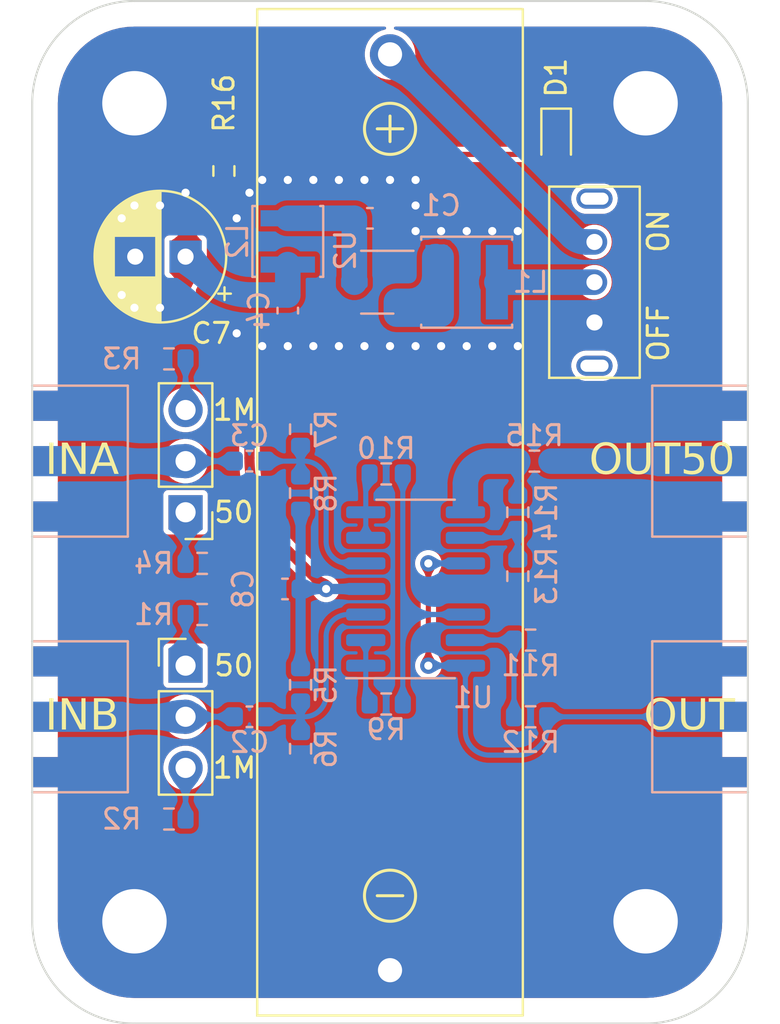
<source format=kicad_pcb>
(kicad_pcb (version 20221018) (generator pcbnew)
  (layers (0 "F.Cu" signal) (31 "B.Cu" signal) (34 "B.Paste" user) (35 "F.Paste" user) (36 "B.SilkS" user "B.Silkscreen") (37 "F.SilkS" user "F.Silkscreen") (38 "B.Mask" user) (39 "F.Mask" user) (44 "Edge.Cuts" user))
  (net 0 "")
  (net 1 "Net-(BT1-+)")
  (net 2 "GNDREF")
  (net 3 "Net-(U1A-+)")
  (net 4 "Net-(U1B-+)")
  (net 5 "+5V")
  (net 6 "Net-(J6-In)")
  (net 7 "Net-(J5-In)")
  (net 8 "Net-(U2-LX)")
  (net 9 "Net-(U1D--)")
  (net 10 "Net-(U1A--)")
  (net 11 "Net-(U1D-+)")
  (net 12 "Net-(U1C--)")
  (net 13 "Net-(U1B--)")
  (net 14 "Net-(J1-In)")
  (net 15 "Net-(J2-In)")
  (net 16 "Net-(J3-Pin_3)")
  (net 17 "Net-(J3-Pin_1)")
  (net 18 "Net-(J4-Pin_3)")
  (net 19 "Net-(J4-Pin_1)")
  (net 20 "Net-(R14-Pad2)")
  (net 21 "Net-(D1-A)")
  (net 22 "Net-(SW1-B)")
  (net 23 "Net-(U2-VOUT)")
  (footprint "Customer_Switch:SS12D07VG2_087" (layer "F.Cu") (at 185.4125 80.01 90)
    (fp_text reference "SW1" hide)
    (fp_text value "SS12D07VG2_087")
    (pad "0" thru_hole oval (at -4.15 0 90) (size 1 1.8) (drill oval 0.6 1.4) (layers "*.Cu" "*.Mask"))
    (pad "0" thru_hole oval (at 4.15 0 90) (size 1 1.8) (drill oval 0.6 1.4) (layers "*.Cu" "*.Mask"))
    (pad "1" thru_hole circle (at -2 0 90) (size 1.2 1.2) (drill 0.8) (layers "*.Cu" "*.Mask") (net 2 "GNDREF"))
    (pad "2" thru_hole circle (at 0 0 90) (size 1.2 1.2) (drill 0.8) (layers "*.Cu" "*.Mask") (net 22 "Net-(SW1-B)"))
    (pad "3" thru_hole circle (at 2 0 90) (size 1.2 1.2) (drill 0.8) (layers "*.Cu" "*.Mask") (net 1 "Net-(BT1-+)"))
  )
  (footprint "MountingHole:MountingHole_3.2mm_M3_Pad" (layer "F.Cu") (at 187.9525 71.12)
    (fp_text reference "H2" hide)
    (fp_text value "M3")
    (pad "1" thru_hole circle (at 0 0) (size 6.4 6.4) (drill 3.2) (layers "*.Cu" "*.Mask") (net 2 "GNDREF"))
  )
  (footprint "MountingHole:MountingHole_3.2mm_M3_Pad" (layer "F.Cu") (at 187.9525 111.76)
    (fp_text reference "H4" hide)
    (fp_text value "M3")
    (pad "1" thru_hole circle (at 0 0) (size 6.4 6.4) (drill 3.2) (layers "*.Cu" "*.Mask") (net 2 "GNDREF"))
  )
  (footprint "MountingHole:MountingHole_3.2mm_M3_Pad" (layer "F.Cu") (at 162.5525 111.76)
    (fp_text reference "H3" hide)
    (fp_text value "M3")
    (pad "1" thru_hole circle (at 0 0) (size 6.4 6.4) (drill 3.2) (layers "*.Cu" "*.Mask") (net 2 "GNDREF"))
  )
  (footprint "Capacitor_THT:CP_Radial_D6.3mm_P2.50mm" (layer "F.Cu") (at 165.0925 78.74 180)
    (fp_text reference "C7" (at -1.27 -3.81) (layer "F.SilkS"))
    (fp_text value "220uF 6.3V D6.3xL5")
    (pad "1" thru_hole rect (at 0 0 180) (size 1.6 1.6) (drill 0.8) (layers "*.Cu" "*.Mask") (net 5 "+5V"))
    (pad "2" thru_hole circle (at 2.5 0 180) (size 1.6 1.6) (drill 0.8) (layers "*.Cu" "*.Mask") (net 2 "GNDREF"))
  )
  (footprint "MountingHole:MountingHole_3.2mm_M3_Pad" (layer "F.Cu") (at 162.5525 71.12)
    (fp_text reference "H1" hide)
    (fp_text value "M3")
    (pad "1" thru_hole circle (at 0 0) (size 6.4 6.4) (drill 3.2) (layers "*.Cu" "*.Mask") (net 2 "GNDREF"))
  )
  (footprint "Connector_PinHeader_2.54mm:PinHeader_1x03_P2.54mm_Vertical" (layer "F.Cu") (at 165.0925 91.44 180)
    (fp_text reference "J4" hide)
    (fp_text value "Conn_01x03_Pin")
    (pad "1" thru_hole rect (at 0 0 180) (size 1.7 1.7) (drill 1) (layers "*.Cu" "*.Mask") (net 19 "Net-(J4-Pin_1)"))
    (pad "2" thru_hole oval (at 0 2.54 180) (size 1.7 1.7) (drill 1) (layers "*.Cu" "*.Mask") (net 15 "Net-(J2-In)"))
    (pad "3" thru_hole oval (at 0 5.08 180) (size 1.7 1.7) (drill 1) (layers "*.Cu" "*.Mask") (net 18 "Net-(J4-Pin_3)"))
  )
  (footprint "LED_SMD:LED_0603_1608Metric" (layer "F.Cu") (at 183.5075 72.8725 -90)
    (fp_text reference "D1" (at -3.0225 0 90) (layer "F.SilkS"))
    (fp_text value "0603 LED")
    (pad "1" smd roundrect (at -0.7875 0 270) (size 0.875 0.95) (layers "F.Cu" "F.Paste" "F.Mask") (net 2 "GNDREF"))
    (pad "2" smd roundrect (at 0.7875 0 270) (size 0.875 0.95) (layers "F.Cu" "F.Paste" "F.Mask") (net 21 "Net-(D1-A)"))
  )
  (footprint "Customer_Connector:BH-AAA-A1AJ001" (layer "F.Cu") (at 175.2525 91.44 90)
    (fp_text reference "BT1" hide)
    (fp_text value "BH-AAA-A1AJ001")
    (pad "1" thru_hole circle (at 22.75 0 90) (size 2 2) (drill 1.2) (layers "*.Cu" "*.Mask") (net 1 "Net-(BT1-+)"))
    (pad "2" thru_hole circle (at -22.75 0 90) (size 2 2) (drill 1.2) (layers "*.Cu" "*.Mask") (net 2 "GNDREF"))
  )
  (footprint "Connector_PinHeader_2.54mm:PinHeader_1x03_P2.54mm_Vertical" (layer "F.Cu") (at 165.0925 99.06)
    (fp_text reference "J3" hide)
    (fp_text value "Conn_01x03_Pin")
    (pad "1" thru_hole rect (at 0 0) (size 1.7 1.7) (drill 1) (layers "*.Cu" "*.Mask") (net 17 "Net-(J3-Pin_1)"))
    (pad "2" thru_hole oval (at 0 2.54) (size 1.7 1.7) (drill 1) (layers "*.Cu" "*.Mask") (net 14 "Net-(J1-In)"))
    (pad "3" thru_hole oval (at 0 5.08) (size 1.7 1.7) (drill 1) (layers "*.Cu" "*.Mask") (net 16 "Net-(J3-Pin_3)"))
  )
  (footprint "Resistor_SMD:R_0603_1608Metric" (layer "F.Cu") (at 166.9975 74.485 90)
    (fp_text reference "R16" (at 3.365 0 90) (layer "F.SilkS"))
    (fp_text value "1k 0603")
    (pad "1" smd roundrect (at -0.825 0 90) (size 0.8 0.95) (layers "F.Cu" "F.Paste" "F.Mask") (net 5 "+5V"))
    (pad "2" smd roundrect (at 0.825 0 90) (size 0.8 0.95) (layers "F.Cu" "F.Paste" "F.Mask") (net 21 "Net-(D1-A)"))
  )
  (footprint "Capacitor_SMD:C_0603_1608Metric" (layer "B.Cu") (at 174.255 76.835)
    (fp_text reference "C1" (at 3.5375 -0.635) (layer "B.SilkS") (effects (justify mirror)))
    (fp_text value "105 0603 25V X5R")
    (pad "1" smd roundrect (at -0.775 0) (size 0.9 0.95) (layers "B.Cu" "B.Paste" "B.Mask") (net 23 "Net-(U2-VOUT)"))
    (pad "2" smd roundrect (at 0.775 0) (size 0.9 0.95) (layers "B.Cu" "B.Paste" "B.Mask") (net 2 "GNDREF"))
  )
  (footprint "Resistor_SMD:R_0603_1608Metric" (layer "B.Cu") (at 175.0625 89.535)
    (fp_text reference "R10" (at 0 -1.27) (layer "B.SilkS") (effects (justify mirror)))
    (fp_text value "10k 0603")
    (pad "1" smd roundrect (at -0.825 0) (size 0.8 0.95) (layers "B.Cu" "B.Paste" "B.Mask") (net 13 "Net-(U1B--)"))
    (pad "2" smd roundrect (at 0.825 0) (size 0.8 0.95) (layers "B.Cu" "B.Paste" "B.Mask") (net 11 "Net-(U1D-+)"))
  )
  (footprint "Resistor_SMD:R_0603_1608Metric" (layer "B.Cu") (at 165.9175 93.98 180)
    (fp_text reference "R4" (at 2.4125 0) (layer "B.SilkS") (effects (justify mirror)))
    (fp_text value "49.9R 0603")
    (pad "1" smd roundrect (at -0.825 0 180) (size 0.8 0.95) (layers "B.Cu" "B.Paste" "B.Mask") (net 2 "GNDREF"))
    (pad "2" smd roundrect (at 0.825 0 180) (size 0.8 0.95) (layers "B.Cu" "B.Paste" "B.Mask") (net 19 "Net-(J4-Pin_1)"))
  )
  (footprint "Resistor_SMD:R_0603_1608Metric" (layer "B.Cu") (at 182.4275 88.9)
    (fp_text reference "R15" (at 0 -1.27) (layer "B.SilkS") (effects (justify mirror)))
    (fp_text value "49.9R 0603")
    (pad "1" smd roundrect (at -0.825 0) (size 0.8 0.95) (layers "B.Cu" "B.Paste" "B.Mask") (net 20 "Net-(R14-Pad2)"))
    (pad "2" smd roundrect (at 0.825 0) (size 0.8 0.95) (layers "B.Cu" "B.Paste" "B.Mask") (net 6 "Net-(J6-In)"))
  )
  (footprint "Resistor_SMD:R_0603_1608Metric" (layer "B.Cu") (at 182.2375 97.79 180)
    (fp_text reference "R11" (at 0 -1.27) (layer "B.SilkS") (effects (justify mirror)))
    (fp_text value "10k 0603")
    (pad "1" smd roundrect (at -0.825 0 180) (size 0.8 0.95) (layers "B.Cu" "B.Paste" "B.Mask") (net 2 "GNDREF"))
    (pad "2" smd roundrect (at 0.825 0 180) (size 0.8 0.95) (layers "B.Cu" "B.Paste" "B.Mask") (net 9 "Net-(U1D--)"))
  )
  (footprint "Package_SO:SO-14_3.9x8.65mm_P1.27mm" (layer "B.Cu") (at 176.5225 95.25)
    (fp_text reference "U1" (at 2.8575 5.3975) (layer "B.SilkS") (effects (justify mirror)))
    (fp_text value "GS8634")
    (pad "1" smd roundrect (at -2.475 3.81) (size 1.95 0.6) (layers "B.Cu" "B.Paste" "B.Mask") (net 10 "Net-(U1A--)"))
    (pad "2" smd roundrect (at -2.475 2.54) (size 1.95 0.6) (layers "B.Cu" "B.Paste" "B.Mask") (net 10 "Net-(U1A--)"))
    (pad "3" smd roundrect (at -2.475 1.27) (size 1.95 0.6) (layers "B.Cu" "B.Paste" "B.Mask") (net 3 "Net-(U1A-+)"))
    (pad "4" smd roundrect (at -2.475 0) (size 1.95 0.6) (layers "B.Cu" "B.Paste" "B.Mask") (net 5 "+5V"))
    (pad "5" smd roundrect (at -2.475 -1.27) (size 1.95 0.6) (layers "B.Cu" "B.Paste" "B.Mask") (net 4 "Net-(U1B-+)"))
    (pad "6" smd roundrect (at -2.475 -2.54) (size 1.95 0.6) (layers "B.Cu" "B.Paste" "B.Mask") (net 13 "Net-(U1B--)"))
    (pad "7" smd roundrect (at -2.475 -3.81) (size 1.95 0.6) (layers "B.Cu" "B.Paste" "B.Mask") (net 13 "Net-(U1B--)"))
    (pad "8" smd roundrect (at 2.475 -3.81) (size 1.95 0.6) (layers "B.Cu" "B.Paste" "B.Mask") (net 20 "Net-(R14-Pad2)"))
    (pad "9" smd roundrect (at 2.475 -2.54) (size 1.95 0.6) (layers "B.Cu" "B.Paste" "B.Mask") (net 12 "Net-(U1C--)"))
    (pad "10" smd roundrect (at 2.475 -1.27) (size 1.95 0.6) (layers "B.Cu" "B.Paste" "B.Mask") (net 7 "Net-(J5-In)"))
    (pad "11" smd roundrect (at 2.475 0) (size 1.95 0.6) (layers "B.Cu" "B.Paste" "B.Mask") (net 2 "GNDREF"))
    (pad "12" smd roundrect (at 2.475 1.27) (size 1.95 0.6) (layers "B.Cu" "B.Paste" "B.Mask") (net 11 "Net-(U1D-+)"))
    (pad "13" smd roundrect (at 2.475 2.54) (size 1.95 0.6) (layers "B.Cu" "B.Paste" "B.Mask") (net 9 "Net-(U1D--)"))
    (pad "14" smd roundrect (at 2.475 3.81) (size 1.95 0.6) (layers "B.Cu" "B.Paste" "B.Mask") (net 7 "Net-(J5-In)"))
  )
  (footprint "Resistor_SMD:R_0603_1608Metric" (layer "B.Cu") (at 181.6025 91.44 90)
    (fp_text reference "R14" (at 0 1.43 90) (layer "B.SilkS") (effects (justify mirror)))
    (fp_text value "10k 0603")
    (pad "1" smd roundrect (at -0.825 0 90) (size 0.8 0.95) (layers "B.Cu" "B.Paste" "B.Mask") (net 12 "Net-(U1C--)"))
    (pad "2" smd roundrect (at 0.825 0 90) (size 0.8 0.95) (layers "B.Cu" "B.Paste" "B.Mask") (net 20 "Net-(R14-Pad2)"))
  )
  (footprint "Customer_Connector:SMA-KE_1.6mm" (layer "B.Cu") (at 157.4725 101.6)
    (fp_text reference "J1" hide)
    (fp_text value "SMA")
    (pad "1" smd rect (at 2.25 0) (size 4.5 1.5) (layers "B.Cu" "B.Paste" "B.Mask" "Dwgs.User") (net 14 "Net-(J1-In)"))
    (pad "2" smd rect (at 2.25 -2.75) (size 4.5 1.5) (layers "F.Cu" "F.Paste" "F.Mask" "Dwgs.User") (net 2 "GNDREF"))
    (pad "2" smd rect (at 2.25 -2.75) (size 4.5 1.5) (layers "B.Cu" "B.Paste" "B.Mask" "Dwgs.User") (net 2 "GNDREF"))
    (pad "2" smd rect (at 2.25 2.75) (size 4.5 1.5) (layers "F.Cu" "F.Paste" "F.Mask" "Dwgs.User") (net 2 "GNDREF"))
    (pad "2" smd rect (at 2.25 2.75) (size 4.5 1.5) (layers "B.Cu" "B.Paste" "B.Mask" "Dwgs.User") (net 2 "GNDREF"))
  )
  (footprint "Resistor_SMD:R_0603_1608Metric" (layer "B.Cu") (at 170.8075 103.1875 -90)
    (fp_text reference "R6" (at 0 -1.27 90) (layer "B.SilkS") (effects (justify mirror)))
    (fp_text value "10k 0603")
    (pad "1" smd roundrect (at -0.825 0 270) (size 0.8 0.95) (layers "B.Cu" "B.Paste" "B.Mask") (net 3 "Net-(U1A-+)"))
    (pad "2" smd roundrect (at 0.825 0 270) (size 0.8 0.95) (layers "B.Cu" "B.Paste" "B.Mask") (net 2 "GNDREF"))
  )
  (footprint "Inductor_SMD:L_Changjiang_FNR4030S" (layer "B.Cu") (at 179.0625 80.01 180)
    (fp_text reference "L1" (at -3.175 0) (layer "B.SilkS") (effects (justify mirror)))
    (fp_text value "47uH 4030")
    (pad "1" smd rect (at -1.5 0 180) (size 1.1 3.7) (layers "B.Cu" "B.Paste" "B.Mask") (net 22 "Net-(SW1-B)"))
    (pad "2" smd rect (at 1.5 0 180) (size 1.1 3.7) (layers "B.Cu" "B.Paste" "B.Mask") (net 8 "Net-(U2-LX)"))
  )
  (footprint "Capacitor_SMD:C_0603_1608Metric" (layer "B.Cu") (at 170.0325 95.25)
    (fp_text reference "C8" (at -2.0825 0 90) (layer "B.SilkS") (effects (justify mirror)))
    (fp_text value "104 0603 25V X7R")
    (pad "1" smd roundrect (at -0.775 0) (size 0.9 0.95) (layers "B.Cu" "B.Paste" "B.Mask") (net 2 "GNDREF"))
    (pad "2" smd roundrect (at 0.775 0) (size 0.9 0.95) (layers "B.Cu" "B.Paste" "B.Mask") (net 5 "+5V"))
  )
  (footprint "Capacitor_SMD:C_0603_1608Metric" (layer "B.Cu") (at 170.1725 81.42 -90)
    (fp_text reference "C4" (at 0 1.43 90) (layer "B.SilkS") (effects (justify mirror)))
    (fp_text value "105 0603 25V X5R")
    (pad "1" smd roundrect (at -0.775 0 270) (size 0.9 0.95) (layers "B.Cu" "B.Paste" "B.Mask") (net 5 "+5V"))
    (pad "2" smd roundrect (at 0.775 0 270) (size 0.9 0.95) (layers "B.Cu" "B.Paste" "B.Mask") (net 2 "GNDREF"))
  )
  (footprint "Inductor_SMD:L_Changjiang_FNR3015S" (layer "B.Cu") (at 170.1725 77.985 -90)
    (fp_text reference "L2" (at 0 2.5 90) (layer "B.SilkS") (effects (justify mirror)))
    (fp_text value "3015")
    (pad "1" smd rect (at -1.15 0 270) (size 0.8 2.7) (layers "B.Cu" "B.Paste" "B.Mask") (net 23 "Net-(U2-VOUT)"))
    (pad "2" smd rect (at 1.15 0 270) (size 0.8 2.7) (layers "B.Cu" "B.Paste" "B.Mask") (net 5 "+5V"))
  )
  (footprint "Resistor_SMD:R_0603_1608Metric" (layer "B.Cu") (at 175.0625 100.965)
    (fp_text reference "R9" (at 0 1.27) (layer "B.SilkS") (effects (justify mirror)))
    (fp_text value "10k 0603")
    (pad "1" smd roundrect (at -0.825 0) (size 0.8 0.95) (layers "B.Cu" "B.Paste" "B.Mask") (net 10 "Net-(U1A--)"))
    (pad "2" smd roundrect (at 0.825 0) (size 0.8 0.95) (layers "B.Cu" "B.Paste" "B.Mask") (net 11 "Net-(U1D-+)"))
  )
  (footprint "Resistor_SMD:R_0603_1608Metric" (layer "B.Cu") (at 182.2375 101.6)
    (fp_text reference "R12" (at 0 1.27) (layer "B.SilkS") (effects (justify mirror)))
    (fp_text value "10k 0603")
    (pad "1" smd roundrect (at -0.825 0) (size 0.8 0.95) (layers "B.Cu" "B.Paste" "B.Mask") (net 9 "Net-(U1D--)"))
    (pad "2" smd roundrect (at 0.825 0) (size 0.8 0.95) (layers "B.Cu" "B.Paste" "B.Mask") (net 7 "Net-(J5-In)"))
  )
  (footprint "Capacitor_SMD:C_0603_1608Metric" (layer "B.Cu") (at 168.2675 88.9)
    (fp_text reference "C3" (at 0 -1.27) (layer "B.SilkS") (effects (justify mirror)))
    (fp_text value "104 0603 25V X7R")
    (pad "1" smd roundrect (at -0.775 0) (size 0.9 0.95) (layers "B.Cu" "B.Paste" "B.Mask") (net 15 "Net-(J2-In)"))
    (pad "2" smd roundrect (at 0.775 0) (size 0.9 0.95) (layers "B.Cu" "B.Paste" "B.Mask") (net 4 "Net-(U1B-+)"))
  )
  (footprint "Package_TO_SOT_SMD:SOT-23-3" (layer "B.Cu") (at 174.6175 80.01 180)
    (fp_text reference "U2" (at 1.5875 1.5875 90) (layer "B.SilkS") (effects (justify mirror)))
    (fp_text value "ME2188A50XG")
    (pad "1" smd roundrect (at -1.1375 0.95 180) (size 1.325 0.6) (layers "B.Cu" "B.Paste" "B.Mask") (net 2 "GNDREF"))
    (pad "2" smd roundrect (at -1.1375 -0.95 180) (size 1.325 0.6) (layers "B.Cu" "B.Paste" "B.Mask") (net 8 "Net-(U2-LX)"))
    (pad "3" smd roundrect (at 1.1375 0 180) (size 1.325 0.6) (layers "B.Cu" "B.Paste" "B.Mask") (net 23 "Net-(U2-VOUT)"))
  )
  (footprint "Resistor_SMD:R_0603_1608Metric" (layer "B.Cu") (at 164.2675 106.68 180)
    (fp_text reference "R2" (at 2.35 0) (layer "B.SilkS") (effects (justify mirror)))
    (fp_text value "1M 0603")
    (pad "1" smd roundrect (at -0.825 0 180) (size 0.8 0.95) (layers "B.Cu" "B.Paste" "B.Mask") (net 16 "Net-(J3-Pin_3)"))
    (pad "2" smd roundrect (at 0.825 0 180) (size 0.8 0.95) (layers "B.Cu" "B.Paste" "B.Mask") (net 2 "GNDREF"))
  )
  (footprint "Resistor_SMD:R_0603_1608Metric" (layer "B.Cu") (at 165.9175 96.52 180)
    (fp_text reference "R1" (at 2.4125 0) (layer "B.SilkS") (effects (justify mirror)))
    (fp_text value "49.9R 0603")
    (pad "1" smd roundrect (at -0.825 0 180) (size 0.8 0.95) (layers "B.Cu" "B.Paste" "B.Mask") (net 2 "GNDREF"))
    (pad "2" smd roundrect (at 0.825 0 180) (size 0.8 0.95) (layers "B.Cu" "B.Paste" "B.Mask") (net 17 "Net-(J3-Pin_1)"))
  )
  (footprint "Resistor_SMD:R_0603_1608Metric" (layer "B.Cu") (at 181.6025 94.615 90)
    (fp_text reference "R13" (at 0 1.43 90) (layer "B.SilkS") (effects (justify mirror)))
    (fp_text value "10k 0603")
    (pad "1" smd roundrect (at -0.825 0 90) (size 0.8 0.95) (layers "B.Cu" "B.Paste" "B.Mask") (net 2 "GNDREF"))
    (pad "2" smd roundrect (at 0.825 0 90) (size 0.8 0.95) (layers "B.Cu" "B.Paste" "B.Mask") (net 12 "Net-(U1C--)"))
  )
  (footprint "Resistor_SMD:R_0603_1608Metric" (layer "B.Cu") (at 170.8075 90.4875 90)
    (fp_text reference "R8" (at 0 1.27 90) (layer "B.SilkS") (effects (justify mirror)))
    (fp_text value "75k 0603")
    (pad "1" smd roundrect (at -0.825 0 90) (size 0.8 0.95) (layers "B.Cu" "B.Paste" "B.Mask") (net 5 "+5V"))
    (pad "2" smd roundrect (at 0.825 0 90) (size 0.8 0.95) (layers "B.Cu" "B.Paste" "B.Mask") (net 4 "Net-(U1B-+)"))
  )
  (footprint "Customer_Connector:SMA-KE_1.6mm" (layer "B.Cu") (at 157.4725 88.9)
    (fp_text reference "J2" hide)
    (fp_text value "SMA")
    (pad "1" smd rect (at 2.25 0) (size 4.5 1.5) (layers "B.Cu" "B.Paste" "B.Mask" "Dwgs.User") (net 15 "Net-(J2-In)"))
    (pad "2" smd rect (at 2.25 -2.75) (size 4.5 1.5) (layers "F.Cu" "F.Paste" "F.Mask" "Dwgs.User") (net 2 "GNDREF"))
    (pad "2" smd rect (at 2.25 -2.75) (size 4.5 1.5) (layers "B.Cu" "B.Paste" "B.Mask" "Dwgs.User") (net 2 "GNDREF"))
    (pad "2" smd rect (at 2.25 2.75) (size 4.5 1.5) (layers "F.Cu" "F.Paste" "F.Mask" "Dwgs.User") (net 2 "GNDREF"))
    (pad "2" smd rect (at 2.25 2.75) (size 4.5 1.5) (layers "B.Cu" "B.Paste" "B.Mask" "Dwgs.User") (net 2 "GNDREF"))
  )
  (footprint "Customer_Connector:SMA-KE_1.6mm" (layer "B.Cu") (at 193.0325 88.9 180)
    (fp_text reference "J6" hide)
    (fp_text value "SMA")
    (pad "1" smd rect (at 2.25 0 180) (size 4.5 1.5) (layers "B.Cu" "B.Paste" "B.Mask" "Dwgs.User") (net 6 "Net-(J6-In)"))
    (pad "2" smd rect (at 2.25 -2.75 180) (size 4.5 1.5) (layers "F.Cu" "F.Paste" "F.Mask" "Dwgs.User") (net 2 "GNDREF"))
    (pad "2" smd rect (at 2.25 -2.75 180) (size 4.5 1.5) (layers "B.Cu" "B.Paste" "B.Mask" "Dwgs.User") (net 2 "GNDREF"))
    (pad "2" smd rect (at 2.25 2.75 180) (size 4.5 1.5) (layers "F.Cu" "F.Paste" "F.Mask" "Dwgs.User") (net 2 "GNDREF"))
    (pad "2" smd rect (at 2.25 2.75 180) (size 4.5 1.5) (layers "B.Cu" "B.Paste" "B.Mask" "Dwgs.User") (net 2 "GNDREF"))
  )
  (footprint "Resistor_SMD:R_0603_1608Metric" (layer "B.Cu") (at 170.8075 100.0125 -90)
    (fp_text reference "R5" (at 0 -1.27 90) (layer "B.SilkS") (effects (justify mirror)))
    (fp_text value "75k 0603")
    (pad "1" smd roundrect (at -0.825 0 270) (size 0.8 0.95) (layers "B.Cu" "B.Paste" "B.Mask") (net 5 "+5V"))
    (pad "2" smd roundrect (at 0.825 0 270) (size 0.8 0.95) (layers "B.Cu" "B.Paste" "B.Mask") (net 3 "Net-(U1A-+)"))
  )
  (footprint "Resistor_SMD:R_0603_1608Metric" (layer "B.Cu") (at 164.2675 83.82 180)
    (fp_text reference "R3" (at 2.35 0) (layer "B.SilkS") (effects (justify mirror)))
    (fp_text value "1M 0603")
    (pad "1" smd roundrect (at -0.825 0 180) (size 0.8 0.95) (layers "B.Cu" "B.Paste" "B.Mask") (net 18 "Net-(J4-Pin_3)"))
    (pad "2" smd roundrect (at 0.825 0 180) (size 0.8 0.95) (layers "B.Cu" "B.Paste" "B.Mask") (net 2 "GNDREF"))
  )
  (footprint "Capacitor_SMD:C_0603_1608Metric" (layer "B.Cu") (at 168.2675 101.6)
    (fp_text reference "C2" (at 0 1.27) (layer "B.SilkS") (effects (justify mirror)))
    (fp_text value "104 0603 25V X7R")
    (pad "1" smd roundrect (at -0.775 0) (size 0.9 0.95) (layers "B.Cu" "B.Paste" "B.Mask") (net 14 "Net-(J1-In)"))
    (pad "2" smd roundrect (at 0.775 0) (size 0.9 0.95) (layers "B.Cu" "B.Paste" "B.Mask") (net 3 "Net-(U1A-+)"))
  )
  (footprint "Customer_Connector:SMA-KE_1.6mm" (layer "B.Cu") (at 193.0325 101.6 180)
    (fp_text reference "J5" hide)
    (fp_text value "SMA")
    (pad "1" smd rect (at 2.25 0 180) (size 4.5 1.5) (layers "B.Cu" "B.Paste" "B.Mask" "Dwgs.User") (net 7 "Net-(J5-In)"))
    (pad "2" smd rect (at 2.25 -2.75 180) (size 4.5 1.5) (layers "F.Cu" "F.Paste" "F.Mask" "Dwgs.User") (net 2 "GNDREF"))
    (pad "2" smd rect (at 2.25 -2.75 180) (size 4.5 1.5) (layers "B.Cu" "B.Paste" "B.Mask" "Dwgs.User") (net 2 "GNDREF"))
    (pad "2" smd rect (at 2.25 2.75 180) (size 4.5 1.5) (layers "F.Cu" "F.Paste" "F.Mask" "Dwgs.User") (net 2 "GNDREF"))
    (pad "2" smd rect (at 2.25 2.75 180) (size 4.5 1.5) (layers "B.Cu" "B.Paste" "B.Mask" "Dwgs.User") (net 2 "GNDREF"))
  )
  (footprint "Resistor_SMD:R_0603_1608Metric" (layer "B.Cu") (at 170.8075 87.3125 90)
    (fp_text reference "R7" (at 0 1.27 90) (layer "B.SilkS") (effects (justify mirror)))
    (fp_text value "10k 0603")
    (pad "1" smd roundrect (at -0.825 0 90) (size 0.8 0.95) (layers "B.Cu" "B.Paste" "B.Mask") (net 4 "Net-(U1B-+)"))
    (pad "2" smd roundrect (at 0.825 0 90) (size 0.8 0.95) (layers "B.Cu" "B.Paste" "B.Mask") (net 2 "GNDREF"))
  )
  (gr_line (start 174.6175 72.39) (end 175.8875 72.39) (stroke (width 0.15)) (layer "F.SilkS"))
  (gr_circle (center 175.2525 72.39) (end 176.5225 72.39) (stroke (width 0.15)) (fill none) (layer "F.SilkS"))
  (gr_line (start 174.6175 110.49) (end 175.8875 110.49) (stroke (width 0.15)) (layer "F.SilkS"))
  (gr_line (start 175.2525 71.755) (end 175.2525 73.025) (stroke (width 0.15)) (layer "F.SilkS"))
  (gr_circle (center 175.2525 110.49) (end 176.5225 110.49) (stroke (width 0.15)) (fill none) (layer "F.SilkS"))
  (gr_line (start 187.9525 116.84) (end 162.5525 116.84) (stroke (width 0.1)) (layer "Edge.Cuts"))
  (gr_arc (start 193.0325 111.76) (mid 191.544602 115.352102) (end 187.9525 116.84) (stroke (width 0.1)) (layer "Edge.Cuts"))
  (gr_arc (start 162.5525 116.84) (mid 158.960398 115.352102) (end 157.4725 111.76) (stroke (width 0.1)) (layer "Edge.Cuts"))
  (gr_arc (start 187.9525 66.04) (mid 191.544602 67.527898) (end 193.0325 71.12) (stroke (width 0.1)) (layer "Edge.Cuts"))
  (gr_arc (start 157.4725 71.12) (mid 158.960398 67.527898) (end 162.5525 66.04) (stroke (width 0.1)) (layer "Edge.Cuts"))
  (gr_line (start 157.4725 111.76) (end 157.4725 71.12) (stroke (width 0.1)) (layer "Edge.Cuts"))
  (gr_line (start 193.0325 71.12) (end 193.0325 111.76) (stroke (width 0.1)) (layer "Edge.Cuts"))
  (gr_line (start 162.5525 66.04) (end 187.9525 66.04) (stroke (width 0.1)) (layer "Edge.Cuts"))
  (gr_text "ON" (at 188.5875 77.47 90) (layer "F.SilkS") (effects (font (size 1.016 1.016) (thickness 0.1524))))
  (gr_text "OUT" (at 192.3975 101.6) (layer "F.SilkS") (effects (font (size 1.524 1.524)) (justify right)))
  (gr_text "50" (at 166.4225 91.44) (layer "F.SilkS") (effects (font (size 1.016 1.016) (thickness 0.1524)) (justify left)))
  (gr_text "1M" (at 166.3625 104.14) (layer "F.SilkS") (effects (font (size 1.016 1.016) (thickness 0.1524)) (justify left)))
  (gr_text "OFF" (at 188.5875 82.55 90) (layer "F.SilkS") (effects (font (size 1.016 1.016) (thickness 0.1524))))
  (gr_text "INB" (at 158.1075 101.6) (layer "F.SilkS") (effects (font (size 1.524 1.524)) (justify left)))
  (gr_text "50" (at 166.4225 99.06) (layer "F.SilkS") (effects (font (size 1.016 1.016) (thickness 0.1524)) (justify left)))
  (gr_text "1M" (at 166.3625 86.36) (layer "F.SilkS") (effects (font (size 1.016 1.016) (thickness 0.1524)) (justify left)))
  (gr_text "INA" (at 158.1075 88.9) (layer "F.SilkS") (effects (font (size 1.524 1.524)) (justify left)))
  (gr_text "OUT50" (at 192.3975 88.9) (layer "F.SilkS") (effects (font (size 1.524 1.524)) (justify right)))
  (segment (start 184.9925 78.01) (end 185.4125 78.01) (width 1.27) (layer "B.Cu") (net 1))
  (segment (start 184.275515 77.713015) (end 175.2525 68.69) (width 1.27) (layer "B.Cu") (net 1))
  (arc (start 184.275515 77.713015) (mid 184.60447 77.932816) (end 184.9925 78.01) (width 1.27) (layer "B.Cu") (net 1))
  (via (at 177.7925 83.185) (size 0.8128) (drill 0.4064) (layers "F.Cu" "B.Cu") (net 2))
  (via (at 180.3325 83.185) (size 0.8128) (drill 0.4064) (layers "F.Cu" "B.Cu") (net 2))
  (via (at 181.6025 77.47) (size 0.8128) (drill 0.4064) (layers "F.Cu" "B.Cu") (net 2))
  (via (at 171.4425 74.93) (size 0.8128) (drill 0.4064) (layers "F.Cu" "B.Cu") (net 2))
  (via (at 181.6025 83.185) (size 0.8128) (drill 0.4064) (layers "F.Cu" "B.Cu") (net 2))
  (via (at 179.0625 77.47) (size 0.8128) (drill 0.4064) (layers "F.Cu" "B.Cu") (net 2))
  (via (at 168.9025 74.93) (size 0.8128) (drill 0.4064) (layers "F.Cu" "B.Cu") (net 2))
  (via (at 175.2525 74.93) (size 0.8128) (drill 0.4064) (layers "F.Cu" "B.Cu") (net 2))
  (via (at 163.8225 81.28) (size 0.8128) (drill 0.4064) (layers "F.Cu" "B.Cu") (net 2))
  (via (at 167.6325 82.55) (size 0.8128) (drill 0.4064) (layers "F.Cu" "B.Cu") (net 2))
  (via (at 163.8225 76.2) (size 0.8128) (drill 0.4064) (layers "F.Cu" "B.Cu") (net 2))
  (via (at 176.5225 77.47) (size 0.8128) (drill 0.4064) (layers "F.Cu" "B.Cu") (net 2))
  (via (at 162.5525 76.2) (size 0.8128) (drill 0.4064) (layers "F.Cu" "B.Cu") (net 2))
  (via (at 176.5225 76.2) (size 0.8128) (drill 0.4064) (layers "F.Cu" "B.Cu") (net 2))
  (via (at 170.1725 83.185) (size 0.8128) (drill 0.4064) (layers "F.Cu" "B.Cu") (net 2))
  (via (at 171.4425 83.185) (size 0.8128) (drill 0.4064) (layers "F.Cu" "B.Cu") (net 2))
  (via (at 173.9825 74.93) (size 0.8128) (drill 0.4064) (layers "F.Cu" "B.Cu") (net 2))
  (via (at 172.7125 83.185) (size 0.8128) (drill 0.4064) (layers "F.Cu" "B.Cu") (net 2))
  (via (at 167.6325 76.835) (size 0.8128) (drill 0.4064) (layers "F.Cu" "B.Cu") (net 2))
  (via (at 170.1725 74.93) (size 0.8128) (drill 0.4064) (layers "F.Cu" "B.Cu") (net 2))
  (via (at 180.3325 77.47) (size 0.8128) (drill 0.4064) (layers "F.Cu" "B.Cu") (net 2))
  (via (at 168.2675 75.565) (size 0.8128) (drill 0.4064) (layers "F.Cu" "B.Cu") (net 2))
  (via (at 175.2525 83.185) (size 0.8128) (drill 0.4064) (layers "F.Cu" "B.Cu") (net 2))
  (via (at 161.9175 76.835) (size 0.8128) (drill 0.4064) (layers "F.Cu" "B.Cu") (net 2))
  (via (at 165.0925 75.565) (size 0.8128) (drill 0.4064) (layers "F.Cu" "B.Cu") (net 2))
  (via (at 176.5225 74.93) (size 0.8128) (drill 0.4064) (layers "F.Cu" "B.Cu") (net 2))
  (via (at 173.9825 83.185) (size 0.8128) (drill 0.4064) (layers "F.Cu" "B.Cu") (net 2))
  (via (at 179.0625 83.185) (size 0.8128) (drill 0.4064) (layers "F.Cu" "B.Cu") (net 2))
  (via (at 176.5225 83.185) (size 0.8128) (drill 0.4064) (layers "F.Cu" "B.Cu") (net 2))
  (via (at 172.7125 74.93) (size 0.8128) (drill 0.4064) (layers "F.Cu" "B.Cu") (net 2))
  (via (at 177.7925 77.47) (size 0.8128) (drill 0.4064) (layers "F.Cu" "B.Cu") (net 2))
  (via (at 162.5525 81.28) (size 0.8128) (drill 0.4064) (layers "F.Cu" "B.Cu") (net 2))
  (via (at 161.9175 80.645) (size 0.8128) (drill 0.4064) (layers "F.Cu" "B.Cu") (net 2))
  (via (at 168.9025 83.185) (size 0.8128) (drill 0.4064) (layers "F.Cu" "B.Cu") (net 2))
  (segment (start 170.8075 100.8375) (end 170.8075 102.3625) (width 0.254) (layer "B.Cu") (net 3))
  (segment (start 170.993487 101.6) (end 169.0425 101.6) (width 0.254) (layer "B.Cu") (net 3))
  (segment (start 173.161512 96.52) (end 174.0475 96.52) (width 0.254) (layer "B.Cu") (net 3))
  (segment (start 172.0775 97.604012) (end 172.0775 100.515987) (width 0.254) (layer "B.Cu") (net 3))
  (arc (start 172.395 96.8375) (mid 172.746678 96.602515) (end 173.161512 96.52) (width 0.254) (layer "B.Cu") (net 3))
  (arc (start 172.0775 97.604012) (mid 172.160015 97.189178) (end 172.395 96.8375) (width 0.254) (layer "B.Cu") (net 3))
  (arc (start 171.76 101.2825) (mid 171.994984 100.93082) (end 172.0775 100.515987) (width 0.254) (layer "B.Cu") (net 3))
  (arc (start 171.76 101.2825) (mid 171.40832 101.517484) (end 170.993487 101.6) (width 0.254) (layer "B.Cu") (net 3))
  (segment (start 170.993487 88.9) (end 169.0425 88.9) (width 0.254) (layer "B.Cu") (net 4))
  (segment (start 170.8075 89.6625) (end 170.8075 88.1375) (width 0.254) (layer "B.Cu") (net 4))
  (segment (start 172.0775 89.984012) (end 172.0775 92.895987) (width 0.254) (layer "B.Cu") (net 4))
  (segment (start 173.161512 93.98) (end 174.0475 93.98) (width 0.254) (layer "B.Cu") (net 4))
  (arc (start 170.993487 88.9) (mid 171.40832 88.982515) (end 171.76 89.2175) (width 0.254) (layer "B.Cu") (net 4))
  (arc (start 172.0775 89.984012) (mid 171.994984 89.569178) (end 171.76 89.2175) (width 0.254) (layer "B.Cu") (net 4))
  (arc (start 173.161512 93.98) (mid 172.746678 93.897484) (end 172.395 93.6625) (width 0.254) (layer "B.Cu") (net 4))
  (arc (start 172.0775 92.895987) (mid 172.160015 93.31082) (end 172.395 93.6625) (width 0.254) (layer "B.Cu") (net 4))
  (segment (start 165.0925 78.168125) (end 165.0925 78.549375) (width 0.254) (layer "F.Cu") (net 5))
  (segment (start 170.1725 93.345) (end 172.0775 95.25) (width 0.508) (layer "F.Cu") (net 5))
  (segment (start 165.0925 78.549375) (end 165.0925 78.74) (width 0.254) (layer "F.Cu") (net 5))
  (segment (start 165.0925 78.74) (end 165.0925 79.5025) (width 0.254) (layer "F.Cu") (net 5))
  (segment (start 168.2675 87.335064) (end 168.2675 88.745923) (width 0.508) (layer "F.Cu") (net 5))
  (segment (start 165.631668 76.675831) (end 166.9975 75.31) (width 0.254) (layer "F.Cu") (net 5))
  (segment (start 165.0925 78.168125) (end 165.0925 77.9775) (width 0.254) (layer "F.Cu") (net 5))
  (segment (start 166.68 83.5025) (end 166.215032 83.037532) (width 0.508) (layer "F.Cu") (net 5))
  (segment (start 165.0925 79.5025) (end 165.0925 80.3275) (width 0.508) (layer "F.Cu") (net 5))
  (via (at 172.0775 95.25) (size 0.8128) (drill 0.4064) (layers "F.Cu" "B.Cu") (net 5))
  (arc (start 165.631668 76.675831) (mid 165.232625 77.273041) (end 165.0925 77.9775) (width 0.254) (layer "F.Cu") (net 5))
  (arc (start 170.1725 93.345) (mid 168.762593 91.234925) (end 168.2675 88.745923) (width 0.508) (layer "F.Cu") (net 5))
  (arc (start 166.68 83.5025) (mid 167.854922 85.260895) (end 168.2675 87.335064) (width 0.508) (layer "F.Cu") (net 5))
  (arc (start 165.0925 80.3275) (mid 165.384236 81.794158) (end 166.215032 83.037532) (width 0.508) (layer "F.Cu") (net 5))
  (segment (start 170.1725 80.645) (end 170.1725 79.135) (width 1.27) (layer "B.Cu") (net 5))
  (segment (start 166.045 79.6925) (end 165.0925 78.74) (width 1.27) (layer "B.Cu") (net 5))
  (segment (start 170.8075 99.1875) (end 170.8075 91.3125) (width 0.508) (layer "B.Cu") (net 5))
  (segment (start 168.344538 80.645) (end 170.1725 80.645) (width 1.27) (layer "B.Cu") (net 5))
  (segment (start 174.0475 95.25) (end 170.8075 95.25) (width 0.508) (layer "B.Cu") (net 5))
  (arc (start 168.344538 80.645) (mid 167.100037 80.397453) (end 166.045 79.6925) (width 1.27) (layer "B.Cu") (net 5))
  (segment (start 183.2525 88.9) (end 190.7825 88.9) (width 1.27) (layer "B.Cu") (net 6))
  (segment (start 177.1575 99.06) (end 177.1575 93.98) (width 0.254) (layer "F.Cu") (net 7))
  (via (at 177.1575 99.06) (size 0.8128) (drill 0.4064) (layers "F.Cu" "B.Cu") (net 7))
  (via (at 177.1575 93.98) (size 0.8128) (drill 0.4064) (layers "F.Cu" "B.Cu") (net 7))
  (segment (start 183.0625 102.14) (end 183.0625 101.6) (width 0.254) (layer "B.Cu") (net 7))
  (segment (start 183.0625 101.6) (end 190.7825 101.6) (width 0.254) (layer "B.Cu") (net 7))
  (segment (start 177.1575 93.98) (end 178.9975 93.98) (width 0.254) (layer "B.Cu") (net 7))
  (segment (start 178.9975 102.310025) (end 178.9975 99.06) (width 0.254) (layer "B.Cu") (net 7))
  (segment (start 182.680662 103.061837) (end 182.649999 103.092499) (width 0.254) (layer "B.Cu") (net 7))
  (segment (start 177.1575 99.06) (end 178.9975 99.06) (width 0.254) (layer "B.Cu") (net 7))
  (segment (start 181.654136 103.505) (end 180.192474 103.505) (width 0.254) (layer "B.Cu") (net 7))
  (arc (start 183.0625 102.14) (mid 182.963263 102.638894) (end 182.680662 103.061837) (width 0.254) (layer "B.Cu") (net 7))
  (arc (start 179.3475 103.155) (mid 179.735177 103.414037) (end 180.192474 103.505) (width 0.254) (layer "B.Cu") (net 7))
  (arc (start 181.654136 103.505) (mid 182.193093 103.397794) (end 182.649999 103.092499) (width 0.254) (layer "B.Cu") (net 7))
  (arc (start 178.9975 102.310025) (mid 179.088462 102.767322) (end 179.3475 103.155) (width 0.254) (layer "B.Cu") (net 7))
  (segment (start 181.4125 97.79) (end 181.4125 101.6) (width 0.254) (layer "B.Cu") (net 9))
  (segment (start 181.4125 97.79) (end 178.9975 97.79) (width 0.254) (layer "B.Cu") (net 9))
  (segment (start 174.1425 100.87) (end 174.2375 100.965) (width 0.254) (layer "B.Cu") (net 10))
  (segment (start 174.0475 100.640649) (end 174.0475 97.79) (width 0.254) (layer "B.Cu") (net 10))
  (arc (start 174.0475 100.640649) (mid 174.072189 100.764773) (end 174.1425 100.87) (width 0.254) (layer "B.Cu") (net 10))
  (segment (start 175.8875 94.965) (end 175.8875 89.535) (width 0.254) (layer "B.Cu") (net 11))
  (segment (start 177.4425 96.52) (end 178.9975 96.52) (width 0.254) (layer "B.Cu") (net 11))
  (segment (start 175.8875 94.965) (end 175.8875 98.075) (width 0.254) (layer "B.Cu") (net 11))
  (segment (start 175.8875 98.075) (end 175.8875 100.965) (width 0.254) (layer "B.Cu") (net 11))
  (arc (start 175.8875 94.965) (mid 176.342948 96.064551) (end 177.4425 96.52) (width 0.254) (layer "B.Cu") (net 11))
  (arc (start 175.8875 98.075) (mid 176.342948 96.975448) (end 177.4425 96.52) (width 0.254) (layer "B.Cu") (net 11))
  (segment (start 180.842837 92.71) (end 178.9975 92.71) (width 0.254) (layer "B.Cu") (net 12))
  (segment (start 181.6025 92.422331) (end 181.6025 93.79) (width 0.254) (layer "B.Cu") (net 12))
  (segment (start 181.49125 92.37625) (end 181.38 92.4875) (width 0.254) (layer "B.Cu") (net 12))
  (arc (start 181.49125 92.37625) (mid 181.56227 92.362123) (end 181.6025 92.422331) (width 0.254) (layer "B.Cu") (net 12))
  (arc (start 180.842837 92.71) (mid 181.133547 92.652174) (end 181.38 92.4875) (width 0.254) (layer "B.Cu") (net 12))
  (segment (start 174.0475 89.85935) (end 174.0475 92.71) (width 0.254) (layer "B.Cu") (net 13))
  (segment (start 174.1425 89.63) (end 174.2375 89.535) (width 0.254) (layer "B.Cu") (net 13))
  (arc (start 174.1425 89.63) (mid 174.072189 89.735226) (end 174.0475 89.85935) (width 0.254) (layer "B.Cu") (net 13))
  (segment (start 165.0925 101.6) (end 167.4925 101.6) (width 0.254) (layer "B.Cu") (net 14))
  (segment (start 165.0925 101.6) (end 159.7225 101.6) (width 1.27) (layer "B.Cu") (net 14))
  (segment (start 165.0925 88.9) (end 167.4925 88.9) (width 0.254) (layer "B.Cu") (net 15))
  (segment (start 165.0925 88.9) (end 159.7225 88.9) (width 1.27) (layer "B.Cu") (net 15))
  (segment (start 165.0925 104.14) (end 165.0925 106.68) (width 0.254) (layer "B.Cu") (net 16))
  (segment (start 165.0925 96.52) (end 165.0925 99.06) (width 0.254) (layer "B.Cu") (net 17))
  (segment (start 165.0925 86.36) (end 165.0925 83.82) (width 0.254) (layer "B.Cu") (net 18))
  (segment (start 165.0925 91.44) (end 165.0925 93.98) (width 0.254) (layer "B.Cu") (net 19))
  (segment (start 178.998355 90.000995) (end 178.998355 91.059) (width 1.27) (layer "B.Cu") (net 20))
  (segment (start 181.6025 88.9) (end 180.192474 88.9) (width 1.27) (layer "B.Cu") (net 20))
  (segment (start 181.6025 88.9) (end 181.6025 90.615) (width 0.254) (layer "B.Cu") (net 20))
  (arc (start 180.192474 88.9) (mid 179.735177 88.990962) (end 179.3475 89.25) (width 1.27) (layer "B.Cu") (net 20))
  (arc (start 179.3475 89.25) (mid 179.107264 89.594687) (end 178.998355 90.000995) (width 1.27) (layer "B.Cu") (net 20))
  (segment (start 166.9975 73.66) (end 183.5075 73.66) (width 0.254) (layer "F.Cu") (net 21))
  (segment (start 185.4125 80.01) (end 180.5625 80.01) (width 1.27) (layer "B.Cu") (net 22))
  (segment (start 173.48 76.835) (end 173.48 80.01) (width 1.27) (layer "B.Cu") (net 23))
  (segment (start 173.48 76.835) (end 170.1725 76.835) (width 1.27) (layer "B.Cu") (net 23))
  (zone (net 2) (net_name "GNDREF") (layers "F&B.Cu") (connect_pads yes (clearance 0.254)) (min_thickness 0.1524) (fill yes (thermal_gap 0.5) (thermal_bridge_width 0.5))
    (polygon (pts (xy 157.4725 66.04) (xy 193.0325 66.04) (xy 193.0325 116.84) (xy 157.4725 116.84)))
  )
  (zone (net 8) (net_name "Net-(U2-LX)") (layer "B.Cu") (priority 1) (connect_pads yes (clearance 0.254)) (min_thickness 0.1524) (fill yes (thermal_gap 0.5) (thermal_bridge_width 0.5) (smoothing fillet) (radius 0.635))
    (polygon (pts (xy 174.935 80.3275) (xy 176.84 80.3275) (xy 176.84 78.105) (xy 178.4275 78.105) (xy 178.4275 82.2325) (xy 174.935 82.2325)))
  )
  (zone (net 11) (net_name "Net-(U1D-+)") (layer "B.Cu") (priority 5) (connect_pads yes (clearance 0.254)) (min_thickness 0.0254) (fill yes (thermal_gap 0.5) (thermal_bridge_width 0.5))
    (polygon (pts (xy 175.8875 95.5675) (xy 175.8875 97.4725) (xy 176.84 96.52)))
  )
)
</source>
